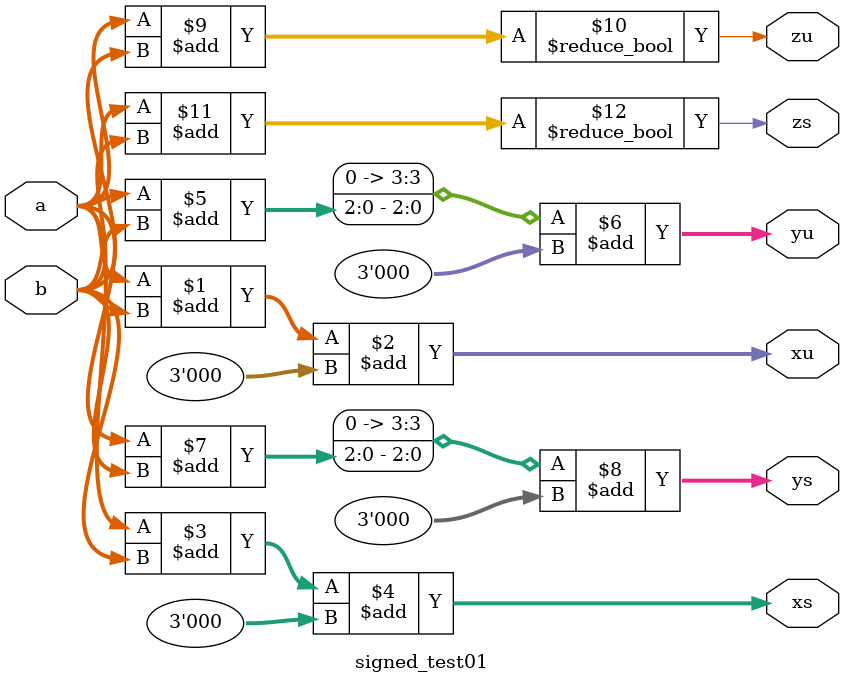
<source format=v>
module signed_test01(a, b, xu, xs, yu, ys, zu, zs);

input signed [1:0] a;
input signed [2:0] b;
output [3:0] xu, xs;
output [3:0] yu, ys;
output zu, zs;

assign xu = (a + b) + 3'd0;
assign xs = (a + b) + 3'sd0;

assign yu = {a + b} + 3'd0;
assign ys = {a + b} + 3'sd0;

assign zu = a + b != 3'd0;
assign zs = a + b != 3'sd0;

endmodule

</source>
